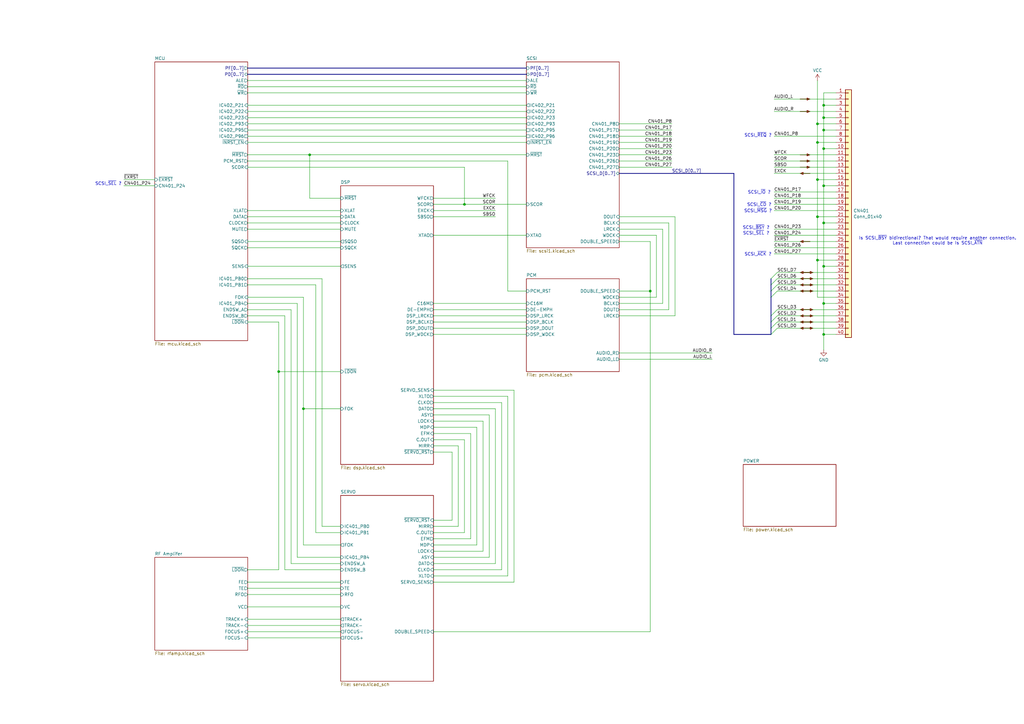
<source format=kicad_sch>
(kicad_sch (version 20231120) (generator "eeschema") (generator_version "8.0")
  (paper "A3")
  (title_block (title "PC-FX CD Board Schematics") (date "2024-07-21") (rev "0.1") (company "Author: Regis Galland") (comment 1 "Reversed engineered schematics of the PC-FX CD PCB"))
  (lib_symbols
    (symbol "Connector_Generic:Conn_01x40" (pin_names (offset 1.016) hide)
      (property "Reference" "J" (at 0 50.8 0))
      (property "Value" "Conn_01x40" (at 0 -53.34 0))
      (symbol "Conn_01x40_1_1"
        (rectangle (start -1.27 -50.673) (end 0 -50.927) (stroke (width 0.1524)))
        (rectangle (start -1.27 -48.133) (end 0 -48.387) (stroke (width 0.1524)))
        (rectangle (start -1.27 -45.593) (end 0 -45.847) (stroke (width 0.1524)))
        (rectangle (start -1.27 -43.053) (end 0 -43.307) (stroke (width 0.1524)))
        (rectangle (start -1.27 -40.513) (end 0 -40.767) (stroke (width 0.1524)))
        (rectangle (start -1.27 -37.973) (end 0 -38.227) (stroke (width 0.1524)))
        (rectangle (start -1.27 -35.433) (end 0 -35.687) (stroke (width 0.1524)))
        (rectangle (start -1.27 -32.893) (end 0 -33.147) (stroke (width 0.1524)))
        (rectangle (start -1.27 -30.353) (end 0 -30.607) (stroke (width 0.1524)))
        (rectangle (start -1.27 -27.813) (end 0 -28.067) (stroke (width 0.1524)))
        (rectangle (start -1.27 -25.273) (end 0 -25.527) (stroke (width 0.1524)))
        (rectangle (start -1.27 -22.733) (end 0 -22.987) (stroke (width 0.1524)))
        (rectangle (start -1.27 -20.193) (end 0 -20.447) (stroke (width 0.1524)))
        (rectangle (start -1.27 -17.653) (end 0 -17.907) (stroke (width 0.1524)))
        (rectangle (start -1.27 -15.113) (end 0 -15.367) (stroke (width 0.1524)))
        (rectangle (start -1.27 -12.573) (end 0 -12.827) (stroke (width 0.1524)))
        (rectangle (start -1.27 -10.033) (end 0 -10.287) (stroke (width 0.1524)))
        (rectangle (start -1.27 -7.493) (end 0 -7.747) (stroke (width 0.1524)))
        (rectangle (start -1.27 -4.953) (end 0 -5.207) (stroke (width 0.1524)))
        (rectangle (start -1.27 -2.413) (end 0 -2.667) (stroke (width 0.1524)))
        (rectangle (start -1.27 0.127) (end 0 -0.127) (stroke (width 0.1524)))
        (rectangle (start -1.27 2.667) (end 0 2.413) (stroke (width 0.1524)))
        (rectangle (start -1.27 5.207) (end 0 4.953) (stroke (width 0.1524)))
        (rectangle (start -1.27 7.747) (end 0 7.493) (stroke (width 0.1524)))
        (rectangle (start -1.27 10.287) (end 0 10.033) (stroke (width 0.1524)))
        (rectangle (start -1.27 12.827) (end 0 12.573) (stroke (width 0.1524)))
        (rectangle (start -1.27 15.367) (end 0 15.113) (stroke (width 0.1524)))
        (rectangle (start -1.27 17.907) (end 0 17.653) (stroke (width 0.1524)))
        (rectangle (start -1.27 20.447) (end 0 20.193) (stroke (width 0.1524)))
        (rectangle (start -1.27 22.987) (end 0 22.733) (stroke (width 0.1524)))
        (rectangle (start -1.27 25.527) (end 0 25.273) (stroke (width 0.1524)))
        (rectangle (start -1.27 28.067) (end 0 27.813) (stroke (width 0.1524)))
        (rectangle (start -1.27 30.607) (end 0 30.353) (stroke (width 0.1524)))
        (rectangle (start -1.27 33.147) (end 0 32.893) (stroke (width 0.1524)))
        (rectangle (start -1.27 35.687) (end 0 35.433) (stroke (width 0.1524)))
        (rectangle (start -1.27 38.227) (end 0 37.973) (stroke (width 0.1524)))
        (rectangle (start -1.27 40.767) (end 0 40.513) (stroke (width 0.1524)))
        (rectangle (start -1.27 43.307) (end 0 43.053) (stroke (width 0.1524)))
        (rectangle (start -1.27 45.847) (end 0 45.593) (stroke (width 0.1524)))
        (rectangle (start -1.27 48.387) (end 0 48.133) (stroke (width 0.1524)))
        (rectangle (start -1.27 49.53) (end 1.27 -52.07) (stroke (width 0.254)) (fill (type background)))
        (pin passive line (at -5.08 48.26 0) (length 3.81) (name "Pin_1") (number "1"))
        (pin passive line (at -5.08 25.4 0) (length 3.81) (name "Pin_10") (number "10"))
        (pin passive line (at -5.08 22.86 0) (length 3.81) (name "Pin_11") (number "11"))
        (pin passive line (at -5.08 20.32 0) (length 3.81) (name "Pin_12") (number "12"))
        (pin passive line (at -5.08 17.78 0) (length 3.81) (name "Pin_13") (number "13"))
        (pin passive line (at -5.08 15.24 0) (length 3.81) (name "Pin_14") (number "14"))
        (pin passive line (at -5.08 12.7 0) (length 3.81) (name "Pin_15") (number "15"))
        (pin passive line (at -5.08 10.16 0) (length 3.81) (name "Pin_16") (number "16"))
        (pin passive line (at -5.08 7.62 0) (length 3.81) (name "Pin_17") (number "17"))
        (pin passive line (at -5.08 5.08 0) (length 3.81) (name "Pin_18") (number "18"))
        (pin passive line (at -5.08 2.54 0) (length 3.81) (name "Pin_19") (number "19"))
        (pin passive line (at -5.08 45.72 0) (length 3.81) (name "Pin_2") (number "2"))
        (pin passive line (at -5.08 0 0) (length 3.81) (name "Pin_20") (number "20"))
        (pin passive line (at -5.08 -2.54 0) (length 3.81) (name "Pin_21") (number "21"))
        (pin passive line (at -5.08 -5.08 0) (length 3.81) (name "Pin_22") (number "22"))
        (pin passive line (at -5.08 -7.62 0) (length 3.81) (name "Pin_23") (number "23"))
        (pin passive line (at -5.08 -10.16 0) (length 3.81) (name "Pin_24") (number "24"))
        (pin passive line (at -5.08 -12.7 0) (length 3.81) (name "Pin_25") (number "25"))
        (pin passive line (at -5.08 -15.24 0) (length 3.81) (name "Pin_26") (number "26"))
        (pin passive line (at -5.08 -17.78 0) (length 3.81) (name "Pin_27") (number "27"))
        (pin passive line (at -5.08 -20.32 0) (length 3.81) (name "Pin_28") (number "28"))
        (pin passive line (at -5.08 -22.86 0) (length 3.81) (name "Pin_29") (number "29"))
        (pin passive line (at -5.08 43.18 0) (length 3.81) (name "Pin_3") (number "3"))
        (pin passive line (at -5.08 -25.4 0) (length 3.81) (name "Pin_30") (number "30"))
        (pin passive line (at -5.08 -27.94 0) (length 3.81) (name "Pin_31") (number "31"))
        (pin passive line (at -5.08 -30.48 0) (length 3.81) (name "Pin_32") (number "32"))
        (pin passive line (at -5.08 -33.02 0) (length 3.81) (name "Pin_33") (number "33"))
        (pin passive line (at -5.08 -35.56 0) (length 3.81) (name "Pin_34") (number "34"))
        (pin passive line (at -5.08 -38.1 0) (length 3.81) (name "Pin_35") (number "35"))
        (pin passive line (at -5.08 -40.64 0) (length 3.81) (name "Pin_36") (number "36"))
        (pin passive line (at -5.08 -43.18 0) (length 3.81) (name "Pin_37") (number "37"))
        (pin passive line (at -5.08 -45.72 0) (length 3.81) (name "Pin_38") (number "38"))
        (pin passive line (at -5.08 -48.26 0) (length 3.81) (name "Pin_39") (number "39"))
        (pin passive line (at -5.08 40.64 0) (length 3.81) (name "Pin_4") (number "4"))
        (pin passive line (at -5.08 -50.8 0) (length 3.81) (name "Pin_40") (number "40"))
        (pin passive line (at -5.08 38.1 0) (length 3.81) (name "Pin_5") (number "5"))
        (pin passive line (at -5.08 35.56 0) (length 3.81) (name "Pin_6") (number "6"))
        (pin passive line (at -5.08 33.02 0) (length 3.81) (name "Pin_7") (number "7"))
        (pin passive line (at -5.08 30.48 0) (length 3.81) (name "Pin_8") (number "8"))
        (pin passive line (at -5.08 27.94 0) (length 3.81) (name "Pin_9") (number "9"))
      )
    )
    (symbol "Graphic:SYM_Arrow_Small" (in_bom no) (on_board no)
      (symbol "SYM_Arrow_Small_0_1"
        (polyline (pts (xy 1.524 0) (xy -2.032 0)) (stroke (width 0.254)))
        (polyline (pts (xy 2.032 0) (xy 0.762 -0.508) (xy 0.762 0.508) (xy 2.032 0)) (fill (type outline)))
      )
    )
    (symbol "power:GND" (power) (pin_numbers hide) (pin_names (offset 0) hide)
      (property "Value" "GND" (at 0 -3.81 0))
      (symbol "GND_0_1"
        (polyline (pts (xy 0 0) (xy 0 -1.27) (xy 1.27 -1.27) (xy 0 -2.54) (xy -1.27 -1.27) (xy 0 -1.27)))
      )
      (symbol "GND_1_1"
        (pin power_in line (at 0 0 270) (length 0) (name "~") (number "1"))
      )
    )
    (symbol "power:VCC" (power) (pin_numbers hide) (pin_names (offset 0) hide)
      (property "Value" "VCC" (at 0 3.556 0))
      (symbol "VCC_0_1"
        (polyline (pts (xy -0.762 1.27) (xy 0 2.54)))
        (polyline (pts (xy 0 0) (xy 0 2.54)))
        (polyline (pts (xy 0 2.54) (xy 0.762 1.27)))
      )
      (symbol "VCC_1_1"
        (pin power_in line (at 0 0 90) (length 0) (name "~") (number "1"))
      )
    )
  )
  (junction (at 124.46 167.64))
  (junction (at 337.82 109.22))
  (junction (at 337.82 137.16))
  (junction (at 337.82 60.96))
  (junction (at 335.28 58.42))
  (junction (at 127 63.5))
  (junction (at 337.82 124.46))
  (junction (at 337.82 91.44))
  (junction (at 335.28 73.66))
  (junction (at 266.7 119.38))
  (junction (at 335.28 88.9))
  (junction (at 190.5 83.82))
  (junction (at 337.82 43.18))
  (junction (at 335.28 50.8))
  (junction (at 337.82 53.34))
  (junction (at 114.3 152.4))
  (junction (at 335.28 106.68))
  (junction (at 337.82 48.26))
  (junction (at 337.82 76.2))
  (bus_entry (at 316.23 121.92) (size 2.54 -2.54))
  (bus_entry (at 316.23 132.08) (size 2.54 -2.54))
  (bus_entry (at 316.23 129.54) (size 2.54 -2.54))
  (bus_entry (at 316.23 116.84) (size 2.54 -2.54))
  (bus_entry (at 316.23 119.38) (size 2.54 -2.54))
  (bus_entry (at 316.23 137.16) (size 2.54 -2.54))
  (bus_entry (at 316.23 114.3) (size 2.54 -2.54))
  (bus_entry (at 316.23 134.62) (size 2.54 -2.54))
  (wire (pts (xy 342.9 50.8) (xy 335.28 50.8)))
  (wire (pts (xy 318.77 111.76) (xy 342.9 111.76)))
  (wire (pts (xy 124.46 167.64) (xy 139.7 167.64)))
  (wire (pts (xy 177.8 238.76) (xy 210.82 238.76)))
  (wire (pts (xy 210.82 238.76) (xy 210.82 160.02)))
  (wire (pts (xy 205.74 165.1) (xy 205.74 233.68)))
  (wire (pts (xy 342.9 76.2) (xy 337.82 76.2)))
  (wire (pts (xy 127 63.5) (xy 127 81.28)))
  (bus (pts (xy 316.23 132.08) (xy 316.23 134.62)))
  (wire (pts (xy 318.77 114.3) (xy 342.9 114.3)))
  (wire (pts (xy 101.6 33.02) (xy 215.9 33.02)))
  (wire (pts (xy 318.77 134.62) (xy 342.9 134.62)))
  (wire (pts (xy 101.6 88.9) (xy 139.7 88.9)))
  (wire (pts (xy 342.9 71.12) (xy 317.5 71.12)))
  (wire (pts (xy 317.5 66.04) (xy 342.9 66.04)))
  (wire (pts (xy 101.6 55.88) (xy 215.9 55.88)))
  (wire (pts (xy 127 63.5) (xy 215.9 63.5)))
  (wire (pts (xy 101.6 248.92) (xy 139.7 248.92)))
  (wire (pts (xy 101.6 99.06) (xy 139.7 99.06)))
  (wire (pts (xy 269.24 121.92) (xy 254 121.92)))
  (wire (pts (xy 335.28 58.42) (xy 342.9 58.42)))
  (wire (pts (xy 318.77 119.38) (xy 342.9 119.38)))
  (wire (pts (xy 271.78 124.46) (xy 271.78 93.98)))
  (wire (pts (xy 337.82 137.16) (xy 337.82 143.51)))
  (bus (pts (xy 300.99 137.16) (xy 316.23 137.16)))
  (wire (pts (xy 121.92 124.46) (xy 121.92 228.6)))
  (wire (pts (xy 335.28 121.92) (xy 335.28 106.68)))
  (wire (pts (xy 337.82 137.16) (xy 337.82 124.46)))
  (wire (pts (xy 276.86 88.9) (xy 276.86 129.54)))
  (wire (pts (xy 101.6 241.3) (xy 139.7 241.3)))
  (wire (pts (xy 274.32 127) (xy 274.32 91.44)))
  (wire (pts (xy 177.8 134.62) (xy 215.9 134.62)))
  (wire (pts (xy 342.9 88.9) (xy 335.28 88.9)))
  (wire (pts (xy 275.59 58.42) (xy 254 58.42)))
  (wire (pts (xy 101.6 114.3) (xy 132.08 114.3)))
  (wire (pts (xy 101.6 256.54) (xy 139.7 256.54)))
  (wire (pts (xy 177.8 228.6) (xy 200.66 228.6)))
  (wire (pts (xy 318.77 116.84) (xy 342.9 116.84)))
  (wire (pts (xy 195.58 223.52) (xy 177.8 223.52)))
  (wire (pts (xy 101.6 259.08) (xy 139.7 259.08)))
  (wire (pts (xy 203.2 167.64) (xy 177.8 167.64)))
  (wire (pts (xy 317.5 101.6) (xy 342.9 101.6)))
  (wire (pts (xy 124.46 167.64) (xy 124.46 223.52)))
  (wire (pts (xy 185.42 185.42) (xy 177.8 185.42)))
  (wire (pts (xy 101.6 43.18) (xy 215.9 43.18)))
  (wire (pts (xy 101.6 238.76) (xy 139.7 238.76)))
  (wire (pts (xy 342.9 106.68) (xy 335.28 106.68)))
  (wire (pts (xy 101.6 58.42) (xy 215.9 58.42)))
  (bus (pts (xy 254 71.12) (xy 300.99 71.12)))
  (bus (pts (xy 316.23 121.92) (xy 316.23 129.54)))
  (wire (pts (xy 190.5 218.44) (xy 177.8 218.44)))
  (wire (pts (xy 335.28 33.02) (xy 335.28 50.8)))
  (wire (pts (xy 276.86 129.54) (xy 254 129.54)))
  (wire (pts (xy 177.8 165.1) (xy 205.74 165.1)))
  (wire (pts (xy 101.6 86.36) (xy 139.7 86.36)))
  (wire (pts (xy 342.9 38.1) (xy 337.82 38.1)))
  (wire (pts (xy 203.2 231.14) (xy 203.2 167.64)))
  (wire (pts (xy 208.28 236.22) (xy 208.28 162.56)))
  (wire (pts (xy 177.8 127) (xy 215.9 127)))
  (wire (pts (xy 317.5 99.06) (xy 342.9 99.06)))
  (wire (pts (xy 50.8 76.2) (xy 63.5 76.2)))
  (wire (pts (xy 254 88.9) (xy 276.86 88.9)))
  (wire (pts (xy 177.8 236.22) (xy 208.28 236.22)))
  (wire (pts (xy 101.6 38.1) (xy 215.9 38.1)))
  (wire (pts (xy 254 99.06) (xy 266.7 99.06)))
  (wire (pts (xy 317.5 104.14) (xy 342.9 104.14)))
  (wire (pts (xy 101.6 116.84) (xy 129.54 116.84)))
  (wire (pts (xy 177.8 172.72) (xy 198.12 172.72)))
  (wire (pts (xy 129.54 218.44) (xy 139.7 218.44)))
  (wire (pts (xy 317.5 40.64) (xy 342.9 40.64)))
  (wire (pts (xy 177.8 180.34) (xy 190.5 180.34)))
  (wire (pts (xy 114.3 233.68) (xy 114.3 152.4)))
  (wire (pts (xy 101.6 66.04) (xy 208.28 66.04)))
  (wire (pts (xy 342.9 124.46) (xy 337.82 124.46)))
  (wire (pts (xy 292.1 144.78) (xy 254 144.78)))
  (wire (pts (xy 101.6 91.44) (xy 139.7 91.44)))
  (wire (pts (xy 101.6 35.56) (xy 215.9 35.56)))
  (wire (pts (xy 254 127) (xy 274.32 127)))
  (wire (pts (xy 342.9 48.26) (xy 337.82 48.26)))
  (wire (pts (xy 101.6 243.84) (xy 139.7 243.84)))
  (wire (pts (xy 275.59 53.34) (xy 254 53.34)))
  (wire (pts (xy 177.8 96.52) (xy 215.9 96.52)))
  (wire (pts (xy 101.6 45.72) (xy 215.9 45.72)))
  (wire (pts (xy 177.8 132.08) (xy 215.9 132.08)))
  (wire (pts (xy 317.5 96.52) (xy 342.9 96.52)))
  (wire (pts (xy 132.08 215.9) (xy 139.7 215.9)))
  (wire (pts (xy 337.82 109.22) (xy 337.82 91.44)))
  (wire (pts (xy 254 119.38) (xy 266.7 119.38)))
  (wire (pts (xy 177.8 220.98) (xy 193.04 220.98)))
  (wire (pts (xy 337.82 124.46) (xy 337.82 109.22)))
  (wire (pts (xy 266.7 99.06) (xy 266.7 119.38)))
  (wire (pts (xy 275.59 55.88) (xy 254 55.88)))
  (wire (pts (xy 101.6 48.26) (xy 215.9 48.26)))
  (wire (pts (xy 121.92 228.6) (xy 139.7 228.6)))
  (wire (pts (xy 317.5 55.88) (xy 342.9 55.88)))
  (wire (pts (xy 101.6 50.8) (xy 215.9 50.8)))
  (wire (pts (xy 101.6 63.5) (xy 127 63.5)))
  (wire (pts (xy 101.6 124.46) (xy 121.92 124.46)))
  (wire (pts (xy 210.82 160.02) (xy 177.8 160.02)))
  (wire (pts (xy 318.77 132.08) (xy 342.9 132.08)))
  (wire (pts (xy 208.28 66.04) (xy 208.28 119.38)))
  (wire (pts (xy 190.5 83.82) (xy 177.8 83.82)))
  (wire (pts (xy 342.9 91.44) (xy 337.82 91.44)))
  (bus (pts (xy 101.6 27.94) (xy 215.9 27.94)))
  (wire (pts (xy 342.9 63.5) (xy 317.5 63.5)))
  (wire (pts (xy 342.9 137.16) (xy 337.82 137.16)))
  (bus (pts (xy 300.99 71.12) (xy 300.99 137.16)))
  (wire (pts (xy 177.8 88.9) (xy 203.2 88.9)))
  (wire (pts (xy 114.3 152.4) (xy 139.7 152.4)))
  (wire (pts (xy 317.5 86.36) (xy 342.9 86.36)))
  (wire (pts (xy 190.5 83.82) (xy 215.9 83.82)))
  (wire (pts (xy 317.5 93.98) (xy 342.9 93.98)))
  (wire (pts (xy 177.8 175.26) (xy 195.58 175.26)))
  (wire (pts (xy 337.82 43.18) (xy 342.9 43.18)))
  (wire (pts (xy 208.28 119.38) (xy 215.9 119.38)))
  (wire (pts (xy 177.8 182.88) (xy 187.96 182.88)))
  (wire (pts (xy 101.6 109.22) (xy 139.7 109.22)))
  (wire (pts (xy 50.8 73.66) (xy 63.5 73.66)))
  (wire (pts (xy 266.7 259.08) (xy 177.8 259.08)))
  (wire (pts (xy 177.8 137.16) (xy 215.9 137.16)))
  (wire (pts (xy 337.82 76.2) (xy 337.82 60.96)))
  (wire (pts (xy 177.8 81.28) (xy 203.2 81.28)))
  (wire (pts (xy 317.5 78.74) (xy 342.9 78.74)))
  (wire (pts (xy 185.42 213.36) (xy 185.42 185.42)))
  (wire (pts (xy 132.08 114.3) (xy 132.08 215.9)))
  (wire (pts (xy 318.77 129.54) (xy 342.9 129.54)))
  (wire (pts (xy 101.6 129.54) (xy 116.84 129.54)))
  (wire (pts (xy 337.82 38.1) (xy 337.82 43.18)))
  (wire (pts (xy 119.38 127) (xy 119.38 231.14)))
  (bus (pts (xy 316.23 137.16) (xy 316.23 134.62)))
  (wire (pts (xy 101.6 233.68) (xy 114.3 233.68)))
  (wire (pts (xy 101.6 101.6) (xy 139.7 101.6)))
  (wire (pts (xy 317.5 45.72) (xy 342.9 45.72)))
  (wire (pts (xy 190.5 180.34) (xy 190.5 218.44)))
  (wire (pts (xy 271.78 93.98) (xy 254 93.98)))
  (wire (pts (xy 177.8 231.14) (xy 203.2 231.14)))
  (wire (pts (xy 139.7 81.28) (xy 127 81.28)))
  (bus (pts (xy 316.23 129.54) (xy 316.23 132.08)))
  (wire (pts (xy 337.82 48.26) (xy 337.82 43.18)))
  (wire (pts (xy 177.8 124.46) (xy 215.9 124.46)))
  (wire (pts (xy 335.28 106.68) (xy 335.28 88.9)))
  (bus (pts (xy 316.23 116.84) (xy 316.23 114.3)))
  (wire (pts (xy 139.7 223.52) (xy 124.46 223.52)))
  (wire (pts (xy 335.28 50.8) (xy 335.28 58.42)))
  (wire (pts (xy 335.28 73.66) (xy 335.28 58.42)))
  (wire (pts (xy 254 96.52) (xy 269.24 96.52)))
  (wire (pts (xy 342.9 53.34) (xy 337.82 53.34)))
  (wire (pts (xy 177.8 213.36) (xy 185.42 213.36)))
  (wire (pts (xy 337.82 53.34) (xy 337.82 60.96)))
  (wire (pts (xy 342.9 73.66) (xy 335.28 73.66)))
  (wire (pts (xy 275.59 50.8) (xy 254 50.8)))
  (wire (pts (xy 337.82 53.34) (xy 337.82 48.26)))
  (wire (pts (xy 205.74 233.68) (xy 177.8 233.68)))
  (wire (pts (xy 129.54 116.84) (xy 129.54 218.44)))
  (wire (pts (xy 114.3 132.08) (xy 114.3 152.4)))
  (wire (pts (xy 116.84 233.68) (xy 139.7 233.68)))
  (wire (pts (xy 269.24 96.52) (xy 269.24 121.92)))
  (bus (pts (xy 316.23 121.92) (xy 316.23 119.38)))
  (wire (pts (xy 101.6 53.34) (xy 215.9 53.34)))
  (wire (pts (xy 337.82 91.44) (xy 337.82 76.2)))
  (wire (pts (xy 254 124.46) (xy 271.78 124.46)))
  (wire (pts (xy 101.6 121.92) (xy 124.46 121.92)))
  (wire (pts (xy 177.8 177.8) (xy 193.04 177.8)))
  (wire (pts (xy 124.46 121.92) (xy 124.46 167.64)))
  (bus (pts (xy 316.23 119.38) (xy 316.23 116.84)))
  (wire (pts (xy 317.5 81.28) (xy 342.9 81.28)))
  (wire (pts (xy 177.8 86.36) (xy 203.2 86.36)))
  (wire (pts (xy 195.58 175.26) (xy 195.58 223.52)))
  (wire (pts (xy 335.28 88.9) (xy 335.28 73.66)))
  (wire (pts (xy 275.59 63.5) (xy 254 63.5)))
  (wire (pts (xy 187.96 182.88) (xy 187.96 215.9)))
  (wire (pts (xy 101.6 68.58) (xy 190.5 68.58)))
  (wire (pts (xy 200.66 170.18) (xy 200.66 228.6)))
  (wire (pts (xy 266.7 119.38) (xy 266.7 259.08)))
  (wire (pts (xy 208.28 162.56) (xy 177.8 162.56)))
  (wire (pts (xy 119.38 231.14) (xy 139.7 231.14)))
  (wire (pts (xy 292.1 147.32) (xy 254 147.32)))
  (wire (pts (xy 193.04 177.8) (xy 193.04 220.98)))
  (wire (pts (xy 190.5 68.58) (xy 190.5 83.82)))
  (wire (pts (xy 275.59 60.96) (xy 254 60.96)))
  (bus (pts (xy 101.6 30.48) (xy 215.9 30.48)))
  (wire (pts (xy 177.8 170.18) (xy 200.66 170.18)))
  (wire (pts (xy 101.6 254) (xy 139.7 254)))
  (wire (pts (xy 275.59 66.04) (xy 254 66.04)))
  (wire (pts (xy 317.5 68.58) (xy 342.9 68.58)))
  (wire (pts (xy 275.59 68.58) (xy 254 68.58)))
  (wire (pts (xy 274.32 91.44) (xy 254 91.44)))
  (wire (pts (xy 101.6 132.08) (xy 114.3 132.08)))
  (wire (pts (xy 101.6 261.62) (xy 139.7 261.62)))
  (wire (pts (xy 198.12 172.72) (xy 198.12 226.06)))
  (wire (pts (xy 116.84 129.54) (xy 116.84 233.68)))
  (wire (pts (xy 342.9 121.92) (xy 335.28 121.92)))
  (wire (pts (xy 177.8 215.9) (xy 187.96 215.9)))
  (wire (pts (xy 177.8 129.54) (xy 215.9 129.54)))
  (wire (pts (xy 317.5 83.82) (xy 342.9 83.82)))
  (wire (pts (xy 101.6 127) (xy 119.38 127)))
  (wire (pts (xy 101.6 93.98) (xy 139.7 93.98)))
  (wire (pts (xy 342.9 60.96) (xy 337.82 60.96)))
  (wire (pts (xy 198.12 226.06) (xy 177.8 226.06)))
  (wire (pts (xy 318.77 127) (xy 342.9 127)))
  (wire (pts (xy 342.9 109.22) (xy 337.82 109.22)))
  (text "SCSI_~{MSG} ?" (at 310.896 86.614 0) (effects (font (size 1.27 1.27))))
  (text "Is SCSI_~{BSY} bidirectional? That would require another connection.\nLast connection could be Is SCSI_~{ATN}" (at 384.556 98.806 0) (effects (font (size 1.27 1.27))))
  (text "SCSI_~{REQ} ?" (at 310.896 55.626 0) (effects (font (size 1.27 1.27))))
  (text "SCSI_~{IO} ?" (at 311.404 78.994 0) (effects (font (size 1.27 1.27))))
  (text "SCSI_~{CD} ?" (at 311.404 84.074 0) (effects (font (size 1.27 1.27))))
  (text "SCSI_~{ACK} ?" (at 310.896 104.394 0) (effects (font (size 1.27 1.27))))
  (text "SCSI_~{SEL} ?" (at 310.134 95.758 0) (effects (font (size 1.27 1.27))))
  (text "SCSI_~{SEL} ?" (at 44.45 75.438 0) (effects (font (size 1.27 1.27))))
  (text "SCSI_~{BSY} ?" (at 310.134 93.472 0) (effects (font (size 1.27 1.27))))
  (label "CN401_P18" (at 275.59 55.88 180))
  (label "AUDIO_L" (at 317.5 40.64 0))
  (label "SCSI_D7" (at 318.77 111.76 0))
  (label "CN401_P17" (at 275.59 53.34 180))
  (label "EXCK" (at 203.2 86.36 180))
  (label "SCSI_D6" (at 318.77 114.3 0))
  (label "CN401_P19" (at 275.59 58.42 180))
  (label "CN401_P19" (at 317.5 83.82 0))
  (label "AUDIO_R" (at 317.5 45.72 0))
  (label "~{EXRST}" (at 317.5 99.06 0))
  (label "~{EXRST}" (at 50.8 73.66 0))
  (label "CN401_P23" (at 317.5 93.98 0))
  (label "CN401_P26" (at 317.5 101.6 0))
  (label "SCOR" (at 317.5 66.04 0))
  (label "SCSI_D3" (at 318.77 127 0))
  (label "CN401_P8" (at 275.59 50.8 180))
  (label "SCSI_D2" (at 318.77 129.54 0))
  (label "SBSO" (at 317.5 68.58 0))
  (label "CN401_P20" (at 275.59 60.96 180))
  (label "CN401_P24" (at 317.5 96.52 0))
  (label "CN401_P27" (at 275.59 68.58 180))
  (label "CN401_P27" (at 317.5 104.14 0))
  (label "WFCK" (at 317.5 63.5 0))
  (label "CN401_P20" (at 317.5 86.36 0))
  (label "SBSO" (at 203.2 88.9 180))
  (label "EXCK" (at 317.5 71.12 0))
  (label "SCSI_D5" (at 318.77 116.84 0))
  (label "SCSI_D[0..7]" (at 275.59 71.12 0))
  (label "AUDIO_R" (at 292.1 144.78 180))
  (label "CN401_P26" (at 275.59 66.04 180))
  (label "SCSI_D4" (at 318.77 119.38 0))
  (label "CN401_P17" (at 317.5 78.74 0))
  (label "CN401_P18" (at 317.5 81.28 0))
  (label "CN401_P8" (at 317.5 55.88 0))
  (label "WFCK" (at 203.2 81.28 180))
  (label "SCSI_D0" (at 318.77 134.62 0))
  (label "SCSI_D1" (at 318.77 132.08 0))
  (label "AUDIO_L" (at 292.1 147.32 180))
  (label "CN401_P24" (at 50.8 76.2 0))
  (label "SCOR" (at 203.2 83.82 180))
  (label "CN401_P23" (at 275.59 63.5 180))
  (symbol (lib_id "Graphic:SYM_Arrow_Small") (at 331.47 127 0) (mirror x) (unit 1) (exclude_from_sim yes) (in_bom no) (on_board no)
    (property "Reference" "#SYM17" (effects (hide yes)))
    (property "Value" "SYM_Arrow_Small" (effects (hide yes)))
    (property "Description" "Filled arrow, 160mil" (effects (hide yes)))
  )
  (symbol (lib_id "Graphic:SYM_Arrow_Small") (at 331.47 116.84 0) (mirror x) (unit 1) (exclude_from_sim yes) (in_bom no) (on_board no)
    (property "Reference" "#SYM13" (effects (hide yes)))
    (property "Value" "SYM_Arrow_Small" (effects (hide yes)))
    (property "Description" "Filled arrow, 160mil" (effects (hide yes)))
  )
  (symbol (lib_id "Graphic:SYM_Arrow_Small") (at 330.2 116.84 0) (mirror y) (unit 1) (exclude_from_sim yes) (in_bom no) (on_board no)
    (property "Reference" "#SYM12" (effects (hide yes)))
    (property "Value" "SYM_Arrow_Small" (effects (hide yes)))
    (property "Description" "Filled arrow, 160mil" (effects (hide yes)))
  )
  (symbol (lib_id "Graphic:SYM_Arrow_Small") (at 330.2 111.76 0) (mirror y) (unit 1) (exclude_from_sim yes) (in_bom no) (on_board no)
    (property "Reference" "#SYM8" (effects (hide yes)))
    (property "Value" "SYM_Arrow_Small" (effects (hide yes)))
    (property "Description" "Filled arrow, 160mil" (effects (hide yes)))
  )
  (symbol (lib_id "Graphic:SYM_Arrow_Small") (at 330.2 129.54 0) (mirror y) (unit 1) (exclude_from_sim yes) (in_bom no) (on_board no)
    (property "Reference" "#SYM18" (effects (hide yes)))
    (property "Value" "SYM_Arrow_Small" (effects (hide yes)))
    (property "Description" "Filled arrow, 160mil" (effects (hide yes)))
  )
  (symbol (lib_id "Graphic:SYM_Arrow_Small") (at 331.47 132.08 0) (mirror x) (unit 1) (exclude_from_sim yes) (in_bom no) (on_board no)
    (property "Reference" "#SYM21" (effects (hide yes)))
    (property "Value" "SYM_Arrow_Small" (effects (hide yes)))
    (property "Description" "Filled arrow, 160mil" (effects (hide yes)))
  )
  (symbol (lib_id "Graphic:SYM_Arrow_Small") (at 330.2 66.04 0) (unit 1) (exclude_from_sim yes) (in_bom no) (on_board no)
    (property "Reference" "#SYM4" (effects (hide yes)))
    (property "Value" "SYM_Arrow_Small" (effects (hide yes)))
    (property "Description" "Filled arrow, 160mil" (effects (hide yes)))
  )
  (symbol (lib_id "Graphic:SYM_Arrow_Small") (at 330.2 71.12 0) (mirror y) (unit 1) (exclude_from_sim yes) (in_bom no) (on_board no)
    (property "Reference" "#SYM6" (effects (hide yes)))
    (property "Value" "SYM_Arrow_Small" (effects (hide yes)))
    (property "Description" "Filled arrow, 160mil" (effects (hide yes)))
  )
  (symbol (lib_id "Graphic:SYM_Arrow_Small") (at 330.2 132.08 0) (mirror y) (unit 1) (exclude_from_sim yes) (in_bom no) (on_board no)
    (property "Reference" "#SYM20" (effects (hide yes)))
    (property "Value" "SYM_Arrow_Small" (effects (hide yes)))
    (property "Description" "Filled arrow, 160mil" (effects (hide yes)))
  )
  (symbol (lib_id "Graphic:SYM_Arrow_Small") (at 330.2 40.64 0) (unit 1) (exclude_from_sim yes) (in_bom no) (on_board no)
    (property "Reference" "#SYM1" (effects (hide yes)))
    (property "Value" "SYM_Arrow_Small" (effects (hide yes)))
    (property "Description" "Filled arrow, 160mil" (effects (hide yes)))
  )
  (symbol (lib_id "power:GND") (at 337.82 143.51 0) (unit 1)
    (property "Reference" "#PWR055" (effects (hide yes)))
    (property "Value" "GND" (at 337.82 147.6431 0))
    (property "Description" "Power symbol creates a global label with name \"GND\" , ground" (effects (hide yes)))
  )
  (symbol (lib_id "Graphic:SYM_Arrow_Small") (at 330.2 63.5 0) (unit 1) (exclude_from_sim yes) (in_bom no) (on_board no)
    (property "Reference" "#SYM3" (effects (hide yes)))
    (property "Value" "SYM_Arrow_Small" (effects (hide yes)))
    (property "Description" "Filled arrow, 160mil" (effects (hide yes)))
  )
  (symbol (lib_id "Graphic:SYM_Arrow_Small") (at 330.2 99.06 0) (mirror y) (unit 1) (exclude_from_sim yes) (in_bom no) (on_board no)
    (property "Reference" "#SYM7" (effects (hide yes)))
    (property "Value" "SYM_Arrow_Small" (effects (hide yes)))
    (property "Description" "Filled arrow, 160mil" (effects (hide yes)))
  )
  (symbol (lib_id "Graphic:SYM_Arrow_Small") (at 330.2 134.62 0) (mirror y) (unit 1) (exclude_from_sim yes) (in_bom no) (on_board no)
    (property "Reference" "#SYM22" (effects (hide yes)))
    (property "Value" "SYM_Arrow_Small" (effects (hide yes)))
    (property "Description" "Filled arrow, 160mil" (effects (hide yes)))
  )
  (symbol (lib_id "Graphic:SYM_Arrow_Small") (at 330.2 127 0) (mirror y) (unit 1) (exclude_from_sim yes) (in_bom no) (on_board no)
    (property "Reference" "#SYM16" (effects (hide yes)))
    (property "Value" "SYM_Arrow_Small" (effects (hide yes)))
    (property "Description" "Filled arrow, 160mil" (effects (hide yes)))
  )
  (symbol (lib_id "Graphic:SYM_Arrow_Small") (at 331.47 111.76 0) (mirror x) (unit 1) (exclude_from_sim yes) (in_bom no) (on_board no)
    (property "Reference" "#SYM9" (effects (hide yes)))
    (property "Value" "SYM_Arrow_Small" (effects (hide yes)))
    (property "Description" "Filled arrow, 160mil" (effects (hide yes)))
  )
  (symbol (lib_id "Graphic:SYM_Arrow_Small") (at 331.47 129.54 0) (mirror x) (unit 1) (exclude_from_sim yes) (in_bom no) (on_board no)
    (property "Reference" "#SYM19" (effects (hide yes)))
    (property "Value" "SYM_Arrow_Small" (effects (hide yes)))
    (property "Description" "Filled arrow, 160mil" (effects (hide yes)))
  )
  (symbol (lib_id "Graphic:SYM_Arrow_Small") (at 330.2 119.38 0) (mirror y) (unit 1) (exclude_from_sim yes) (in_bom no) (on_board no)
    (property "Reference" "#SYM14" (effects (hide yes)))
    (property "Value" "SYM_Arrow_Small" (effects (hide yes)))
    (property "Description" "Filled arrow, 160mil" (effects (hide yes)))
  )
  (symbol (lib_id "power:VCC") (at 335.28 33.02 0) (mirror y) (unit 1)
    (property "Reference" "#PWR057" (effects (hide yes)))
    (property "Value" "VCC" (at 335.28 28.8869 0))
    (property "Description" "Power symbol creates a global label with name \"VCC\"" (effects (hide yes)))
  )
  (symbol (lib_id "Graphic:SYM_Arrow_Small") (at 330.2 114.3 0) (mirror y) (unit 1) (exclude_from_sim yes) (in_bom no) (on_board no)
    (property "Reference" "#SYM10" (effects (hide yes)))
    (property "Value" "SYM_Arrow_Small" (effects (hide yes)))
    (property "Description" "Filled arrow, 160mil" (effects (hide yes)))
  )
  (symbol (lib_id "Graphic:SYM_Arrow_Small") (at 331.47 134.62 0) (mirror x) (unit 1) (exclude_from_sim yes) (in_bom no) (on_board no)
    (property "Reference" "#SYM23" (effects (hide yes)))
    (property "Value" "SYM_Arrow_Small" (effects (hide yes)))
    (property "Description" "Filled arrow, 160mil" (effects (hide yes)))
  )
  (symbol (lib_id "Graphic:SYM_Arrow_Small") (at 330.2 68.58 0) (unit 1) (exclude_from_sim yes) (in_bom no) (on_board no)
    (property "Reference" "#SYM5" (effects (hide yes)))
    (property "Value" "SYM_Arrow_Small" (effects (hide yes)))
    (property "Description" "Filled arrow, 160mil" (effects (hide yes)))
  )
  (symbol (lib_id "Connector_Generic:Conn_01x40") (at 347.98 86.36 0) (unit 1)
    (property "Reference" "CN401" (at 350.012 86.4178 0) (effects (justify left)))
    (property "Value" "Conn_01x40" (at 350.012 88.8421 0) (effects (justify left)))
    (property "Description" "Generic connector, single row, 01x40, script generated (kicad-library-utils/schlib/autogen/connector/)" (effects (hide yes)))
  )
  (symbol (lib_id "Graphic:SYM_Arrow_Small") (at 331.47 114.3 0) (mirror x) (unit 1) (exclude_from_sim yes) (in_bom no) (on_board no)
    (property "Reference" "#SYM11" (effects (hide yes)))
    (property "Value" "SYM_Arrow_Small" (effects (hide yes)))
    (property "Description" "Filled arrow, 160mil" (effects (hide yes)))
  )
  (symbol (lib_id "Graphic:SYM_Arrow_Small") (at 330.2 45.72 0) (unit 1) (exclude_from_sim yes) (in_bom no) (on_board no)
    (property "Reference" "#SYM2" (effects (hide yes)))
    (property "Value" "SYM_Arrow_Small" (effects (hide yes)))
    (property "Description" "Filled arrow, 160mil" (effects (hide yes)))
  )
  (symbol (lib_id "Graphic:SYM_Arrow_Small") (at 331.47 119.38 0) (mirror x) (unit 1) (exclude_from_sim yes) (in_bom no) (on_board no)
    (property "Reference" "#SYM15" (effects (hide yes)))
    (property "Value" "SYM_Arrow_Small" (effects (hide yes)))
    (property "Description" "Filled arrow, 160mil" (effects (hide yes)))
  )
  (sheet (at 304.8 190.5) (size 38.1 25.4) (stroke (width 0.1524))
    (property "Sheetname" "POWER" (at 304.8 189.7884 0) (effects (justify left bottom)))
    (property "Sheetfile" "power.kicad_sch" (at 304.8 216.4846 0) (effects (justify left top)))
  )
  (sheet (at 215.9 114.3) (size 38.1 38.1) (stroke (width 0.1524))
    (property "Sheetname" "PCM" (at 215.9 113.5884 0) (effects (justify left bottom)))
    (property "Sheetfile" "pcm.kicad_sch" (at 215.9 152.9846 0) (effects (justify left top)))
    (pin "C16M" input (at 215.9 124.46 180))
    (pin "AUDIO_R" output (at 254 144.78 0))
    (pin "AUDIO_L" output (at 254 147.32 0))
    (pin "PCM_RST" input (at 215.9 119.38 180))
    (pin "DOUBLE_SPEED" input (at 254 119.38 0))
    (pin "DE-EMPH" input (at 215.9 127 180))
    (pin "DSP_DOUT" input (at 215.9 134.62 180))
    (pin "DSP_BCLK" input (at 215.9 132.08 180))
    (pin "DSP_LRCK" input (at 215.9 129.54 180))
    (pin "DSP_WDCK" input (at 215.9 137.16 180))
    (pin "WDCK" output (at 254 121.92 0))
    (pin "BCLK" output (at 254 124.46 0))
    (pin "DOUT" output (at 254 127 0))
    (pin "LRCK" output (at 254 129.54 0))
  )
  (sheet (at 63.5 25.4) (size 38.1 114.3) (stroke (width 0.1524))
    (property "Sheetname" "MCU" (at 63.5 24.6884 0) (effects (justify left bottom)))
    (property "Sheetfile" "mcu.kicad_sch" (at 63.5 140.2846 0) (effects (justify left top)))
    (pin "~{WR}" output (at 101.6 38.1 0))
    (pin "~{RD}" output (at 101.6 35.56 0))
    (pin "ALE" output (at 101.6 33.02 0))
    (pin "~{LDON}" input (at 101.6 132.08 0))
    (pin "SENS" input (at 101.6 109.22 0))
    (pin "FOK" input (at 101.6 121.92 0))
    (pin "DATA" output (at 101.6 88.9 0))
    (pin "CLOCK" output (at 101.6 91.44 0))
    (pin "XLAT" output (at 101.6 86.36 0))
    (pin "SQCK" output (at 101.6 101.6 0))
    (pin "SQSO" input (at 101.6 99.06 0))
    (pin "MUTE" output (at 101.6 93.98 0))
    (pin "PCM_RST" output (at 101.6 66.04 0))
    (pin "IC401_PB1" output (at 101.6 116.84 0))
    (pin "IC401_PB0" output (at 101.6 114.3 0))
    (pin "PF[0..7]" output (at 101.6 27.94 0))
    (pin "IC402_P21" input (at 101.6 43.18 0))
    (pin "IC402_P22" input (at 101.6 45.72 0))
    (pin "IC402_P23" input (at 101.6 48.26 0))
    (pin "PD[0..7]" bidirectional (at 101.6 30.48 0))
    (pin "IC402_P96" passive (at 101.6 55.88 0))
    (pin "SCOR" input (at 101.6 68.58 0))
    (pin "IC402_P95" passive (at 101.6 53.34 0))
    (pin "IC402_P93" input (at 101.6 50.8 0))
    (pin "CN401_P24" input (at 63.5 76.2 180))
    (pin "~{EXRST}" input (at 63.5 73.66 180))
    (pin "~{INRST_EN}" input (at 101.6 58.42 0))
    (pin "ENDSW_A" output (at 101.6 127 0))
    (pin "ENDSW_B" output (at 101.6 129.54 0))
    (pin "IC401_PB4" output (at 101.6 124.46 0))
    (pin "~{MRST}" output (at 101.6 63.5 0))
  )
  (sheet (at 63.5 228.6) (size 38.1 38.1) (stroke (width 0.1524))
    (property "Sheetname" "RF Amplifer" (at 63.5 227.8884 0) (effects (justify left bottom)))
    (property "Sheetfile" "rfamp.kicad_sch" (at 63.5 267.2846 0) (effects (justify left top)))
    (pin "TE" output (at 101.6 241.3 0))
    (pin "VC" output (at 101.6 248.92 0))
    (pin "RFO" output (at 101.6 243.84 0))
    (pin "FE" output (at 101.6 238.76 0))
    (pin "~{LDON}" output (at 101.6 233.68 0))
    (pin "FOCUS+" input (at 101.6 259.08 0))
    (pin "TRACK-" input (at 101.6 256.54 0))
    (pin "TRACK+" input (at 101.6 254 0))
    (pin "FOCUS-" input (at 101.6 261.62 0))
  )
  (sheet (at 215.9 25.4) (size 38.1 76.2) (stroke (width 0.1524))
    (property "Sheetname" "SCSI" (at 215.9 24.6884 0) (effects (justify left bottom)))
    (property "Sheetfile" "scsi1.kicad_sch" (at 215.9 102.1846 0) (effects (justify left top)))
    (pin "~{RD}" input (at 215.9 35.56 180))
    (pin "PD[0..7]" bidirectional (at 215.9 30.48 180))
    (pin "~{WR}" input (at 215.9 38.1 180))
    (pin "ALE" input (at 215.9 33.02 180))
    (pin "IC402_P22" output (at 215.9 45.72 180))
    (pin "DOUBLE_SPEED" output (at 254 99.06 0))
    (pin "IC402_P21" output (at 215.9 43.18 180))
    (pin "IC402_P23" output (at 215.9 48.26 180))
    (pin "CN401_P27" output (at 254 68.58 0))
    (pin "CN401_P8" output (at 254 50.8 0))
    (pin "CN401_P19" output (at 254 58.42 0))
    (pin "CN401_P20" output (at 254 60.96 0))
    (pin "CN401_P17" output (at 254 53.34 0))
    (pin "CN401_P23" output (at 254 63.5 0))
    (pin "XTAO" input (at 215.9 96.52 180))
    (pin "BCLK" input (at 254 91.44 0))
    (pin "DOUT" input (at 254 88.9 0))
    (pin "LRCK" input (at 254 93.98 0))
    (pin "IC402_P93" output (at 215.9 50.8 180))
    (pin "IC402_P95" passive (at 215.9 53.34 180))
    (pin "IC402_P96" passive (at 215.9 55.88 180))
    (pin "CN401_P26" output (at 254 66.04 0))
    (pin "CN401_P18" output (at 254 55.88 0))
    (pin "WDCK" input (at 254 96.52 0))
    (pin "SCOR" input (at 215.9 83.82 180))
    (pin "SCSI_D[0..7]" bidirectional (at 254 71.12 0))
    (pin "~{MRST}" input (at 215.9 63.5 180))
    (pin "PF[0..7]" input (at 215.9 27.94 180))
    (pin "~{INRST_EN}" output (at 215.9 58.42 180))
  )
  (sheet (at 139.7 203.2) (size 38.1 76.2) (stroke (width 0.1524))
    (property "Sheetname" "SERVO" (at 139.7 202.4884 0) (effects (justify left bottom)))
    (property "Sheetfile" "servo.kicad_sch" (at 139.7 279.9846 0) (effects (justify left top)))
    (pin "IC401_PB0" input (at 139.7 215.9 180))
    (pin "IC401_PB1" input (at 139.7 218.44 180))
    (pin "LOCK" input (at 177.8 226.06 0))
    (pin "DOUBLE_SPEED" input (at 177.8 259.08 0))
    (pin "MDP" input (at 177.8 223.52 0))
    (pin "TRACK-" output (at 139.7 256.54 180))
    (pin "TRACK+" output (at 139.7 254 180))
    (pin "FOCUS-" output (at 139.7 259.08 180))
    (pin "FOCUS+" output (at 139.7 261.62 180))
    (pin "ENDSW_B" input (at 139.7 233.68 180))
    (pin "ENDSW_A" input (at 139.7 231.14 180))
    (pin "IC401_PB4" input (at 139.7 228.6 180))
    (pin "ASY" input (at 177.8 228.6 0))
    (pin "MIRR" output (at 177.8 215.9 0))
    (pin "C.OUT" output (at 177.8 218.44 0))
    (pin "FE" input (at 139.7 238.76 180))
    (pin "VC" input (at 139.7 248.92 180))
    (pin "RFO" input (at 139.7 243.84 180))
    (pin "TE" input (at 139.7 241.3 180))
    (pin "EFM" output (at 177.8 220.98 0))
    (pin "FOK" output (at 139.7 223.52 180))
    (pin "XLTO" input (at 177.8 236.22 0))
    (pin "CLKO" input (at 177.8 233.68 0))
    (pin "DATO" input (at 177.8 231.14 0))
    (pin "~{SERVO_RST}" input (at 177.8 213.36 0))
    (pin "SERVO_SENS" output (at 177.8 238.76 0))
  )
  (sheet (at 139.7 76.2) (size 38.1 114.3) (stroke (width 0.1524))
    (property "Sheetname" "DSP" (at 139.7 75.4884 0) (effects (justify left bottom)))
    (property "Sheetfile" "dsp.kicad_sch" (at 139.7 191.0846 0) (effects (justify left top)))
    (pin "SQCK" input (at 139.7 101.6 180))
    (pin "DE-EMPH" output (at 177.8 127 0))
    (pin "XLAT" input (at 139.7 86.36 180))
    (pin "MUTE" input (at 139.7 93.98 180))
    (pin "CLOCK" input (at 139.7 91.44 180))
    (pin "DATA" input (at 139.7 88.9 180))
    (pin "DSP_LRCK" output (at 177.8 129.54 0))
    (pin "DSP_BCLK" output (at 177.8 132.08 0))
    (pin "DSP_WDCK" output (at 177.8 137.16 0))
    (pin "DSP_DOUT" output (at 177.8 134.62 0))
    (pin "SQSO" output (at 139.7 99.06 180))
    (pin "WFCK" output (at 177.8 81.28 0))
    (pin "SCOR" output (at 177.8 83.82 0))
    (pin "EXCK" input (at 177.8 86.36 0))
    (pin "XTAO" output (at 177.8 96.52 0))
    (pin "MDP" input (at 177.8 175.26 0))
    (pin "LOCK" input (at 177.8 172.72 0))
    (pin "C16M" output (at 177.8 124.46 0))
    (pin "SBSO" output (at 177.8 88.9 0))
    (pin "~{LDON}" input (at 139.7 152.4 180))
    (pin "MIRR" input (at 177.8 182.88 0))
    (pin "C.OUT" input (at 177.8 180.34 0))
    (pin "EFM" input (at 177.8 177.8 0))
    (pin "ASY" output (at 177.8 170.18 0))
    (pin "DATO" output (at 177.8 167.64 0))
    (pin "CLKO" output (at 177.8 165.1 0))
    (pin "XLTO" output (at 177.8 162.56 0))
    (pin "FOK" input (at 139.7 167.64 180))
    (pin "~{SERVO_RST}" output (at 177.8 185.42 0))
    (pin "~{MRST}" input (at 139.7 81.28 180))
    (pin "SERVO_SENS" input (at 177.8 160.02 0))
    (pin "SENS" output (at 139.7 109.22 180))
  )
)
</source>
